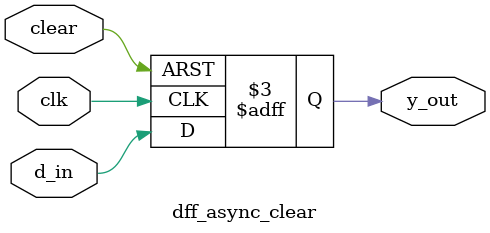
<source format=v>
`timescale 1ns / 1ps
module dff_async_clear(
   output   reg   y_out,
   input          d_in,
   input          clk,
   input          clear   
);
  
always @(posedge clk, negedge clear)
begin
   if(!clear)
      y_out <= 'b0;
   else 
      y_out <= d_in;      
end    
endmodule

</source>
